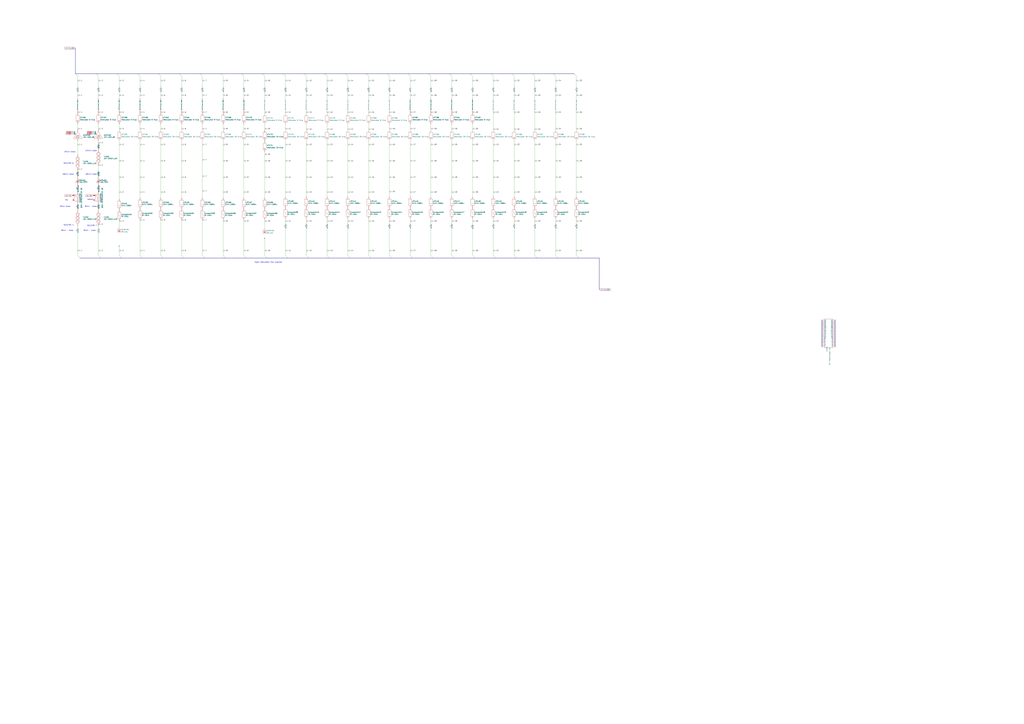
<source format=kicad_sch>
(kicad_sch (version 20230121) (generator eeschema)
  (paper "A0")
  (no_connect (at 954.405 391.16))
  (no_connect (at 954.405 378.46))
  (no_connect (at 954.405 393.7))
  (no_connect (at 969.645 377.19))
  (no_connect (at 969.645 394.97))
  (no_connect (at 969.645 401.32))
  (no_connect (at 954.405 377.19))
  (no_connect (at 954.405 384.81))
  (no_connect (at 954.405 394.97))
  (no_connect (at 969.645 398.78))
  (no_connect (at 954.405 397.51))
  (no_connect (at 969.645 384.81))
  (no_connect (at 969.645 373.38))
  (no_connect (at 954.405 398.78))
  (no_connect (at 954.405 382.27))
  (no_connect (at 969.645 391.16))
  (no_connect (at 954.405 373.38))
  (no_connect (at 969.645 396.24))
  (no_connect (at 969.645 379.73))
  (no_connect (at 969.645 386.08))
  (no_connect (at 969.645 383.54))
  (no_connect (at 969.645 381))
  (no_connect (at 954.405 383.54))
  (no_connect (at 138.43 285.75))
  (no_connect (at 954.405 375.92))
  (no_connect (at 954.405 386.08))
  (no_connect (at 307.34 276.86))
  (no_connect (at 954.405 392.43))
  (no_connect (at 954.405 401.32))
  (no_connect (at 954.405 379.73))
  (no_connect (at 969.645 378.46))
  (no_connect (at 969.645 374.65))
  (no_connect (at 954.405 374.65))
  (no_connect (at 969.645 402.59))
  (no_connect (at 969.645 387.35))
  (no_connect (at 969.645 388.62))
  (no_connect (at 969.645 389.89))
  (no_connect (at 954.405 402.59))
  (no_connect (at 969.645 392.43))
  (no_connect (at 969.645 372.11))
  (no_connect (at 969.645 375.92))
  (no_connect (at 954.405 372.11))
  (no_connect (at 969.645 400.05))
  (no_connect (at 969.645 397.51))
  (no_connect (at 954.405 381))
  (no_connect (at 969.645 393.7))
  (no_connect (at 954.405 389.89))
  (no_connect (at 954.405 387.35))
  (no_connect (at 954.405 400.05))
  (no_connect (at 954.405 396.24))
  (no_connect (at 954.405 388.62))
  (no_connect (at 969.645 382.27))
  (bus_entry (at 331.47 88.265) (size -2.54 -2.54))
  (bus_entry (at 259.08 88.265) (size -2.54 -2.54))
  (bus_entry (at 524.51 88.265) (size -2.54 -2.54))
  (bus_entry (at 452.12 88.265) (size -2.54 -2.54))
  (bus_entry (at 645.16 297.18) (size 2.54 2.54))
  (bus_entry (at 186.69 88.265) (size -2.54 -2.54))
  (bus_entry (at 452.12 297.18) (size 2.54 2.54))
  (bus_entry (at 500.38 88.265) (size -2.54 -2.54))
  (bus_entry (at 210.82 88.265) (size -2.54 -2.54))
  (bus_entry (at 500.38 297.18) (size 2.54 2.54))
  (bus_entry (at 379.73 88.265) (size -2.54 -2.54))
  (bus_entry (at 210.82 297.18) (size 2.54 2.54))
  (bus_entry (at 138.43 297.18) (size 2.54 2.54))
  (bus_entry (at 90.17 88.265) (size -2.54 -2.54))
  (bus_entry (at 427.99 297.18) (size 2.54 2.54))
  (bus_entry (at 234.95 88.265) (size -2.54 -2.54))
  (bus_entry (at 90.17 297.18) (size 2.54 2.54))
  (bus_entry (at 476.25 297.18) (size 2.54 2.54))
  (bus_entry (at 331.47 297.18) (size 2.54 2.54))
  (bus_entry (at 621.03 88.265) (size -2.54 -2.54))
  (bus_entry (at 669.29 297.18) (size 2.54 2.54))
  (bus_entry (at 162.56 297.18) (size 2.54 2.54))
  (bus_entry (at 283.21 297.18) (size 2.54 2.54))
  (bus_entry (at 596.9 297.18) (size 2.54 2.54))
  (bus_entry (at 307.34 297.18) (size 2.54 2.54))
  (bus_entry (at 355.6 88.265) (size -2.54 -2.54))
  (bus_entry (at 259.08 297.18) (size 2.54 2.54))
  (bus_entry (at 162.56 88.265) (size -2.54 -2.54))
  (bus_entry (at 307.34 88.265) (size -2.54 -2.54))
  (bus_entry (at 186.69 297.18) (size 2.54 2.54))
  (bus_entry (at 548.64 88.265) (size -2.54 -2.54))
  (bus_entry (at 379.73 297.18) (size 2.54 2.54))
  (bus_entry (at 114.3 88.265) (size -2.54 -2.54))
  (bus_entry (at 548.64 297.18) (size 2.54 2.54))
  (bus_entry (at 572.77 88.265) (size -2.54 -2.54))
  (bus_entry (at 114.3 297.18) (size 2.54 2.54))
  (bus_entry (at 355.6 297.18) (size 2.54 2.54))
  (bus_entry (at 524.51 297.18) (size 2.54 2.54))
  (bus_entry (at 645.16 88.265) (size -2.54 -2.54))
  (bus_entry (at 427.99 88.265) (size -2.54 -2.54))
  (bus_entry (at 403.86 88.265) (size -2.54 -2.54))
  (bus_entry (at 403.86 297.18) (size 2.54 2.54))
  (bus_entry (at 669.29 88.265) (size -2.54 -2.54))
  (bus_entry (at 621.03 297.18) (size 2.54 2.54))
  (bus_entry (at 234.95 297.18) (size 2.54 2.54))
  (bus_entry (at 138.43 88.265) (size -2.54 -2.54))
  (bus_entry (at 596.9 88.265) (size -2.54 -2.54))
  (bus_entry (at 283.21 88.265) (size -2.54 -2.54))
  (bus_entry (at 476.25 88.265) (size -2.54 -2.54))
  (bus_entry (at 572.77 297.18) (size 2.54 2.54))
  (wire (pts (xy 210.82 255.27) (xy 210.82 297.18)))
  (wire (pts (xy 645.16 163.83) (xy 645.16 228.6)))
  (bus (pts (xy 642.62 85.725) (xy 618.49 85.725)))
  (wire (pts (xy 403.86 266.7) (xy 403.86 297.18)))
  (wire (pts (xy 476.25 88.265) (xy 476.25 100.33)))
  (wire (pts (xy 114.3 243.84) (xy 114.3 244.475)))
  (wire (pts (xy 596.9 266.7) (xy 596.9 297.18)))
  (bus (pts (xy 208.28 85.725) (xy 184.15 85.725)))
  (wire (pts (xy 572.77 88.265) (xy 572.77 100.33)))
  (bus (pts (xy 213.36 299.72) (xy 237.49 299.72)))
  (wire (pts (xy 162.56 255.27) (xy 162.56 297.18)))
  (wire (pts (xy 500.38 266.7) (xy 500.38 297.18)))
  (wire (pts (xy 379.73 254) (xy 379.73 259.08)))
  (wire (pts (xy 572.77 107.95) (xy 572.77 114.3)))
  (wire (pts (xy 259.08 144.145) (xy 259.08 151.13)))
  (bus (pts (xy 87.63 85.725) (xy 87.63 55.88)))
  (bus (pts (xy 140.97 299.72) (xy 165.1 299.72)))
  (wire (pts (xy 186.69 130.81) (xy 186.69 131.445)))
  (wire (pts (xy 476.25 254) (xy 476.25 259.08)))
  (wire (pts (xy 645.16 107.95) (xy 645.16 114.3)))
  (wire (pts (xy 355.6 88.265) (xy 355.6 100.33)))
  (bus (pts (xy 328.93 85.725) (xy 304.8 85.725)))
  (wire (pts (xy 500.38 88.265) (xy 500.38 100.33)))
  (wire (pts (xy 669.29 163.83) (xy 669.29 228.6)))
  (wire (pts (xy 186.69 107.95) (xy 186.69 114.3)))
  (bus (pts (xy 623.57 299.72) (xy 647.7 299.72)))
  (wire (pts (xy 500.38 163.83) (xy 500.38 228.6)))
  (wire (pts (xy 355.6 107.95) (xy 355.6 114.3)))
  (wire (pts (xy 524.51 107.95) (xy 524.51 114.3)))
  (wire (pts (xy 90.17 144.145) (xy 90.17 150.495)))
  (wire (pts (xy 452.12 163.83) (xy 452.12 228.6)))
  (wire (pts (xy 114.3 262.255) (xy 114.3 264.16)))
  (wire (pts (xy 476.25 107.95) (xy 476.25 114.3)))
  (wire (pts (xy 331.47 130.81) (xy 331.47 132.08)))
  (bus (pts (xy 353.06 85.725) (xy 328.93 85.725)))
  (wire (pts (xy 572.77 130.81) (xy 572.77 151.13)))
  (wire (pts (xy 500.38 130.81) (xy 500.38 131.445)))
  (wire (pts (xy 524.51 130.81) (xy 524.51 131.445)))
  (wire (pts (xy 331.47 163.83) (xy 331.47 228.6)))
  (wire (pts (xy 162.56 130.81) (xy 162.56 131.445)))
  (wire (pts (xy 427.99 254) (xy 427.99 297.18)))
  (wire (pts (xy 500.38 144.145) (xy 500.38 151.13)))
  (wire (pts (xy 307.34 176.53) (xy 307.34 229.87)))
  (wire (pts (xy 379.73 107.95) (xy 379.73 114.3)))
  (bus (pts (xy 497.84 85.725) (xy 473.71 85.725)))
  (wire (pts (xy 645.16 266.7) (xy 645.16 297.18)))
  (bus (pts (xy 256.54 85.725) (xy 232.41 85.725)))
  (wire (pts (xy 90.17 130.81) (xy 90.17 131.445)))
  (bus (pts (xy 377.19 85.725) (xy 353.06 85.725)))
  (wire (pts (xy 669.29 130.81) (xy 669.29 151.13)))
  (wire (pts (xy 90.17 197.485) (xy 90.17 198.12)))
  (wire (pts (xy 355.6 266.7) (xy 355.6 297.18)))
  (wire (pts (xy 307.34 130.81) (xy 307.34 132.08)))
  (bus (pts (xy 521.97 85.725) (xy 497.84 85.725)))
  (wire (pts (xy 307.34 88.265) (xy 307.34 100.33)))
  (bus (pts (xy 160.02 85.725) (xy 135.89 85.725)))
  (wire (pts (xy 476.25 266.7) (xy 476.25 297.18)))
  (bus (pts (xy 334.01 299.72) (xy 358.14 299.72)))
  (wire (pts (xy 234.95 255.27) (xy 234.95 297.18)))
  (bus (pts (xy 309.88 299.72) (xy 334.01 299.72)))
  (wire (pts (xy 355.6 163.83) (xy 355.6 228.6)))
  (wire (pts (xy 114.3 191.77) (xy 114.3 198.12)))
  (wire (pts (xy 572.77 266.7) (xy 572.77 297.18)))
  (wire (pts (xy 307.34 107.95) (xy 307.34 114.3)))
  (bus (pts (xy 551.18 299.72) (xy 575.31 299.72)))
  (wire (pts (xy 452.12 130.81) (xy 452.12 132.08)))
  (wire (pts (xy 669.29 266.7) (xy 669.29 297.18)))
  (wire (pts (xy 621.03 254) (xy 621.03 259.08)))
  (bus (pts (xy 449.58 85.725) (xy 425.45 85.725)))
  (bus (pts (xy 135.89 85.725) (xy 111.76 85.725)))
  (wire (pts (xy 452.12 107.95) (xy 452.12 114.3)))
  (wire (pts (xy 138.43 144.145) (xy 138.43 151.13)))
  (wire (pts (xy 283.21 130.81) (xy 283.21 131.445)))
  (bus (pts (xy 189.23 299.72) (xy 213.36 299.72)))
  (wire (pts (xy 90.17 243.84) (xy 90.17 244.475)))
  (wire (pts (xy 452.12 266.7) (xy 452.12 297.18)))
  (wire (pts (xy 283.21 107.95) (xy 283.21 114.3)))
  (wire (pts (xy 114.3 88.265) (xy 114.3 100.33)))
  (wire (pts (xy 234.95 107.95) (xy 234.95 114.3)))
  (bus (pts (xy 695.96 299.72) (xy 695.96 336.55)))
  (wire (pts (xy 283.21 163.83) (xy 283.21 229.87)))
  (bus (pts (xy 430.53 299.72) (xy 454.66 299.72)))
  (wire (pts (xy 596.9 163.83) (xy 596.9 228.6)))
  (wire (pts (xy 331.47 254) (xy 331.47 259.08)))
  (wire (pts (xy 452.12 144.78) (xy 452.12 151.13)))
  (wire (pts (xy 403.86 107.95) (xy 403.86 114.3)))
  (wire (pts (xy 476.25 144.145) (xy 476.25 150.495)))
  (bus (pts (xy 261.62 299.72) (xy 285.75 299.72)))
  (wire (pts (xy 379.73 266.7) (xy 379.73 297.18)))
  (bus (pts (xy 358.14 299.72) (xy 382.27 299.72)))
  (wire (pts (xy 548.64 144.145) (xy 548.64 151.13)))
  (bus (pts (xy 594.36 85.725) (xy 570.23 85.725)))
  (wire (pts (xy 403.86 144.78) (xy 403.86 151.13)))
  (wire (pts (xy 307.34 144.78) (xy 307.34 151.13)))
  (wire (pts (xy 331.47 107.95) (xy 331.47 114.3)))
  (wire (pts (xy 596.9 254) (xy 596.9 259.08)))
  (wire (pts (xy 427.99 144.78) (xy 427.99 151.13)))
  (wire (pts (xy 138.43 163.83) (xy 138.43 231.14)))
  (wire (pts (xy 90.17 262.255) (xy 90.17 264.16)))
  (wire (pts (xy 234.95 88.265) (xy 234.95 100.33)))
  (bus (pts (xy 546.1 85.725) (xy 521.97 85.725)))
  (wire (pts (xy 596.9 88.265) (xy 596.9 100.33)))
  (wire (pts (xy 572.77 163.83) (xy 572.77 228.6)))
  (wire (pts (xy 524.51 266.7) (xy 524.51 297.18)))
  (wire (pts (xy 210.82 144.145) (xy 210.82 151.13)))
  (wire (pts (xy 524.51 88.265) (xy 524.51 100.33)))
  (wire (pts (xy 186.69 144.145) (xy 186.69 151.13)))
  (wire (pts (xy 403.86 254) (xy 403.86 259.08)))
  (wire (pts (xy 138.43 88.265) (xy 138.43 100.33)))
  (wire (pts (xy 138.43 130.81) (xy 138.43 131.445)))
  (wire (pts (xy 500.38 107.95) (xy 500.38 114.3)))
  (wire (pts (xy 500.38 254) (xy 500.38 259.08)))
  (bus (pts (xy 280.67 85.725) (xy 256.54 85.725)))
  (wire (pts (xy 524.51 254) (xy 524.51 259.08)))
  (bus (pts (xy 92.71 299.72) (xy 116.84 299.72)))
  (wire (pts (xy 259.08 255.27) (xy 259.08 297.18)))
  (bus (pts (xy 570.23 85.725) (xy 546.1 85.725)))
  (wire (pts (xy 259.08 107.95) (xy 259.08 114.3)))
  (wire (pts (xy 452.12 254) (xy 452.12 259.08)))
  (wire (pts (xy 90.17 163.83) (xy 90.17 179.705)))
  (wire (pts (xy 476.25 163.83) (xy 476.25 228.6)))
  (wire (pts (xy 621.03 130.81) (xy 621.03 151.13)))
  (wire (pts (xy 476.25 130.81) (xy 476.25 131.445)))
  (bus (pts (xy 502.92 299.72) (xy 527.05 299.72)))
  (wire (pts (xy 524.51 144.145) (xy 524.51 151.13)))
  (wire (pts (xy 331.47 88.265) (xy 331.47 100.33)))
  (wire (pts (xy 379.73 163.83) (xy 379.73 228.6)))
  (wire (pts (xy 403.86 163.83) (xy 403.86 228.6)))
  (bus (pts (xy 527.05 299.72) (xy 551.18 299.72)))
  (bus (pts (xy 671.83 299.72) (xy 695.96 299.72)))
  (wire (pts (xy 379.73 88.265) (xy 379.73 100.33)))
  (bus (pts (xy 454.66 299.72) (xy 478.79 299.72)))
  (wire (pts (xy 427.99 88.265) (xy 427.99 100.33)))
  (wire (pts (xy 162.56 107.95) (xy 162.56 114.3)))
  (wire (pts (xy 355.6 130.81) (xy 355.6 132.08)))
  (wire (pts (xy 210.82 130.81) (xy 210.82 131.445)))
  (wire (pts (xy 596.9 107.95) (xy 596.9 114.3)))
  (wire (pts (xy 210.82 88.265) (xy 210.82 100.33)))
  (wire (pts (xy 645.16 254) (xy 645.16 259.08)))
  (wire (pts (xy 283.21 255.27) (xy 283.21 297.18)))
  (wire (pts (xy 355.6 144.78) (xy 355.6 151.13)))
  (bus (pts (xy 237.49 299.72) (xy 261.62 299.72)))
  (wire (pts (xy 548.64 130.81) (xy 548.64 131.445)))
  (wire (pts (xy 452.12 88.265) (xy 452.12 100.33)))
  (wire (pts (xy 572.77 254) (xy 572.77 259.08)))
  (wire (pts (xy 548.64 267.335) (xy 548.64 297.18)))
  (wire (pts (xy 259.08 88.265) (xy 259.08 100.33)))
  (bus (pts (xy 285.75 299.72) (xy 309.88 299.72)))
  (wire (pts (xy 621.03 107.95) (xy 621.03 114.3)))
  (bus (pts (xy 165.1 299.72) (xy 189.23 299.72)))
  (wire (pts (xy 90.17 107.95) (xy 90.17 114.3)))
  (wire (pts (xy 548.64 107.95) (xy 548.64 114.3)))
  (wire (pts (xy 427.99 163.83) (xy 427.99 228.6)))
  (wire (pts (xy 259.08 163.83) (xy 259.08 229.87)))
  (wire (pts (xy 548.64 254) (xy 548.64 259.715)))
  (bus (pts (xy 304.8 85.725) (xy 280.67 85.725)))
  (bus (pts (xy 599.44 299.72) (xy 623.57 299.72)))
  (wire (pts (xy 162.56 163.83) (xy 162.56 229.87)))
  (bus (pts (xy 382.27 299.72) (xy 406.4 299.72)))
  (wire (pts (xy 427.99 130.81) (xy 427.99 132.08)))
  (wire (pts (xy 186.69 255.27) (xy 186.69 297.18)))
  (wire (pts (xy 138.43 256.54) (xy 138.43 263.525)))
  (wire (pts (xy 379.73 130.81) (xy 379.73 132.08)))
  (wire (pts (xy 259.08 130.81) (xy 259.08 131.445)))
  (wire (pts (xy 621.03 88.265) (xy 621.03 100.33)))
  (wire (pts (xy 379.73 144.78) (xy 379.73 151.13)))
  (wire (pts (xy 331.47 266.7) (xy 331.47 297.18)))
  (wire (pts (xy 307.34 276.86) (xy 307.34 297.18)))
  (wire (pts (xy 138.43 285.75) (xy 138.43 297.18)))
  (wire (pts (xy 548.64 163.83) (xy 548.64 228.6)))
  (wire (pts (xy 114.3 163.83) (xy 114.3 166.37)))
  (bus (pts (xy 401.32 85.725) (xy 377.19 85.725)))
  (wire (pts (xy 162.56 144.145) (xy 162.56 151.13)))
  (wire (pts (xy 669.29 254) (xy 669.29 259.08)))
  (wire (pts (xy 114.3 130.81) (xy 114.3 131.445)))
  (wire (pts (xy 186.69 88.265) (xy 186.69 100.33)))
  (wire (pts (xy 331.47 144.78) (xy 331.47 151.13)))
  (bus (pts (xy 478.79 299.72) (xy 502.92 299.72)))
  (wire (pts (xy 548.64 88.265) (xy 548.64 100.33)))
  (wire (pts (xy 114.3 107.95) (xy 114.3 114.3)))
  (bus (pts (xy 473.71 85.725) (xy 449.58 85.725)))
  (wire (pts (xy 210.82 163.83) (xy 210.82 229.87)))
  (wire (pts (xy 403.86 130.81) (xy 403.86 132.08)))
  (wire (pts (xy 645.16 130.81) (xy 645.16 151.13)))
  (wire (pts (xy 621.03 266.7) (xy 621.03 297.18)))
  (wire (pts (xy 645.16 88.265) (xy 645.16 100.33)))
  (bus (pts (xy 425.45 85.725) (xy 401.32 85.725)))
  (wire (pts (xy 283.21 144.145) (xy 283.21 151.13)))
  (wire (pts (xy 162.56 88.265) (xy 162.56 100.33)))
  (bus (pts (xy 618.49 85.725) (xy 594.36 85.725)))
  (wire (pts (xy 283.21 88.265) (xy 283.21 100.33)))
  (wire (pts (xy 669.29 88.265) (xy 669.29 100.33)))
  (wire (pts (xy 307.34 255.27) (xy 307.34 264.795)))
  (wire (pts (xy 90.17 271.78) (xy 90.17 297.18)))
  (wire (pts (xy 90.17 88.265) (xy 90.17 100.33)))
  (wire (pts (xy 138.43 107.95) (xy 138.43 114.3)))
  (bus (pts (xy 666.75 85.725) (xy 642.62 85.725)))
  (wire (pts (xy 621.03 163.83) (xy 621.03 228.6)))
  (wire (pts (xy 234.95 163.83) (xy 234.95 229.87)))
  (wire (pts (xy 524.51 163.83) (xy 524.51 228.6)))
  (bus (pts (xy 116.84 299.72) (xy 140.97 299.72)))
  (wire (pts (xy 355.6 254) (xy 355.6 259.08)))
  (wire (pts (xy 427.99 107.95) (xy 427.99 114.3)))
  (wire (pts (xy 669.29 107.95) (xy 669.29 114.3)))
  (bus (pts (xy 406.4 299.72) (xy 430.53 299.72)))
  (wire (pts (xy 234.95 144.145) (xy 234.95 151.13)))
  (bus (pts (xy 111.76 85.725) (xy 87.63 85.725)))
  (wire (pts (xy 234.95 130.81) (xy 234.95 131.445)))
  (bus (pts (xy 232.41 85.725) (xy 208.28 85.725)))
  (bus (pts (xy 184.15 85.725) (xy 160.02 85.725)))
  (wire (pts (xy 596.9 130.81) (xy 596.9 151.13)))
  (bus (pts (xy 575.31 299.72) (xy 599.44 299.72)))
  (wire (pts (xy 210.82 107.95) (xy 210.82 114.3)))
  (wire (pts (xy 114.3 271.78) (xy 114.3 297.18)))
  (wire (pts (xy 403.86 88.265) (xy 403.86 100.33)))
  (wire (pts (xy 114.3 144.145) (xy 114.3 150.495)))
  (wire (pts (xy 186.69 163.83) (xy 186.69 229.87)))
  (bus (pts (xy 647.7 299.72) (xy 671.83 299.72)))
  (text "ISOLATOR-7" (at 100.965 262.89 0) (effects (font (size 1.27 1.27)) (justify left bottom)))
  (text "8inch - brass" (at 71.12 268.605 0) (effects (font (size 1.27 1.27)) (justify left bottom)))
  (text "8inch - brass" (at 97.155 268.605 0) (effects (font (size 1.27 1.27)) (justify left bottom)))
  (text "12inch-brass" (at 74.295 177.165 0) (effects (font (size 1.27 1.27)) (justify left bottom)))
  (text "ISOLATOR-4" (at 73.66 262.255 0) (effects (font (size 1.27 1.27)) (justify left bottom)))
  (text "12inch-brass" (at 99.06 175.895 0) (effects (font (size 1.27 1.27)) (justify left bottom)))
  (text "ISOLATOR-6" (at 73.66 190.5 0) (effects (font (size 1.27 1.27)) (justify left bottom)))
  (text "higher attenuation than expected\n" (at 295.275 305.435 0) (effects (font (size 1.27 1.27)) (justify left bottom)))
  (text "top" (at 75.565 233.045 0) (effects (font (size 1.27 1.27)) (justify left bottom)))
  (text "18inch-brass" (at 72.39 203.2 0) (effects (font (size 1.27 1.27)) (justify left bottom)))
  (text "bottom\n" (at 101.6 232.41 0) (effects (font (size 1.27 1.27)) (justify left bottom)))
  (text "8inch - brass" (at 98.425 240.665 0) (effects (font (size 1.27 1.27)) (justify left bottom)))
  (text "18inch-brass" (at 99.06 203.2 0) (effects (font (size 1.27 1.27)) (justify left bottom)))
  (text "8inch-brass" (at 69.85 240.665 0) (effects (font (size 1.27 1.27)) (justify left bottom)))
  (label "L1-20" (at 548.64 207.01 0))
  (label "L1-6" (at 210.82 131.445 0))
  (label "L1-19" (at 524.51 94.615 0))
  (label "L1-16" (at 452.12 150.495 0))
  (label "L1-20" (at 548.64 292.1 0))
  (label "L1-15" (at 427.99 168.91 0))
  (label "L1-21" (at 572.77 94.615 0))
  (label "L1-21" (at 572.77 224.155 0))
  (label "L1-10" (at 307.34 111.76 0))
  (label "L1-23" (at 621.03 224.155 0))
  (label "L1-25" (at 669.29 94.615 0))
  (label "L1-24" (at 645.16 150.495 0))
  (label "L1-2" (at 114.3 131.445 0))
  (label "L1-2" (at 114.3 94.615 0))
  (label "L1-14" (at 403.86 257.81 0))
  (label "L1-7" (at 234.95 94.615 0))
  (label "L1-4" (at 162.56 94.615 0))
  (label "L1-22" (at 596.9 111.76 0))
  (label "L1-24" (at 645.16 168.91 0))
  (label "L1-10" (at 307.34 187.96 0))
  (label "L1-16" (at 452.12 223.52 0))
  (label "L1-4" (at 162.56 187.96 0))
  (label "L1-5" (at 186.69 111.76 0))
  (label "L1-7" (at 234.95 111.76 0))
  (label "L1-23" (at 621.03 292.1 0))
  (label "L1-7" (at 234.95 292.1 0))
  (label "L1-11" (at 331.47 131.445 0))
  (label "L1-4" (at 162.56 207.01 0))
  (label "L1-1" (at 90.17 94.615 0))
  (label "L1-20" (at 548.64 187.96 0))
  (label "L1-1" (at 90.17 150.495 0))
  (label "L1-5" (at 186.69 224.155 0))
  (label "L1-17" (at 476.25 207.01 0))
  (label "L1-10" (at 307.34 180.34 0))
  (label "L1-4" (at 162.56 292.1 0))
  (label "L1-12" (at 355.6 224.155 0))
  (label "L1-13" (at 379.73 292.1 0))
  (label "L1-14" (at 403.86 292.1 0))
  (label "L1-3" (at 138.43 187.96 0))
  (label "L1-21" (at 572.77 207.01 0))
  (label "L1-15" (at 427.99 131.445 0))
  (label "L1-13" (at 379.73 94.615 0))
  (label "L1-5" (at 186.69 94.615 0))
  (label "L1-6" (at 210.82 224.155 0))
  (label "L1-3" (at 138.43 224.155 0))
  (label "L1-22" (at 596.9 224.155 0))
  (label "L1-21" (at 572.77 111.76 0))
  (label "L1-25" (at 669.29 224.155 0))
  (label "L1-3" (at 138.43 207.01 0))
  (label "L1-2" (at 114.3 292.1 0))
  (label "L1-7" (at 234.95 205.74 0))
  (label "L1-19" (at 524.51 150.495 0))
  (label "L1-15" (at 427.99 94.615 0))
  (label "L1-6" (at 210.82 256.54 0))
  (label "L1-9" (at 283.21 111.76 0))
  (label "L1-9" (at 283.21 292.1 0))
  (label "L1-8" (at 259.08 224.155 0))
  (label "L1-2" (at 114.3 167.005 0))
  (label "L1-14" (at 403.86 94.615 0))
  (label "L1-11" (at 331.47 94.615 0))
  (label "L1-8" (at 259.08 207.01 0))
  (label "L1-14" (at 403.86 187.96 0))
  (label "L1-14" (at 403.86 151.13 0))
  (label "L1-9" (at 283.21 94.615 0))
  (label "L1-12" (at 355.6 257.81 0))
  (label "L1-17" (at 476.25 150.495 0))
  (label "L1-2" (at 114.3 111.76 0))
  (label "L1-6" (at 210.82 207.01 0))
  (label "L1-1" (at 90.17 168.91 0))
  (label "L1-19" (at 524.51 257.81 0))
  (label "L1-16" (at 452.12 111.76 0))
  (label "L1-18" (at 500.38 187.96 0))
  (label "L1-25" (at 669.29 150.495 0))
  (label "L1-21" (at 572.77 151.13 0))
  (label "L1-11" (at 331.47 187.96 0))
  (label "L1-14" (at 403.86 224.155 0))
  (label "L1-25" (at 669.29 207.01 0))
  (label "L1-5" (at 186.69 168.91 0))
  (label "L1-14" (at 403.86 207.01 0))
  (label "L1-15" (at 427.99 207.01 0))
  (label "L1-3" (at 138.43 150.495 0))
  (label "L1-17" (at 476.25 168.91 0))
  (label "L1-21" (at 572.77 187.96 0))
  (label "L1-6" (at 210.82 187.96 0))
  (label "L1-7" (at 234.95 131.445 0))
  (label "L1-20" (at 548.64 111.76 0))
  (label "L1-23" (at 621.03 151.13 0))
  (label "L1-22" (at 596.9 151.13 0))
  (label "L1-13" (at 379.73 151.13 0))
  (label "L1-12" (at 355.6 111.76 0))
  (label "L1-23" (at 621.03 187.96 0))
  (label "L1-5" (at 186.69 207.01 0))
  (label "L1-22" (at 596.9 131.445 0))
  (label "L1-18" (at 500.38 94.615 0))
  (label "L1-16" (at 452.12 187.96 0))
  (label "L1-12" (at 355.6 207.01 0))
  (label "L1-13" (at 379.73 131.445 0))
  (label "L1-20" (at 548.64 131.445 0))
  (label "L1-4" (at 162.56 168.91 0))
  (label "L1-25" (at 669.29 111.76 0))
  (label "L1-2" (at 114.3 150.495 0))
  (label "L1-13" (at 379.73 111.76 0))
  (label "L1-8" (at 259.08 292.1 0))
  (label "L1-20" (at 548.64 257.81 0))
  (label "L1-21" (at 572.77 257.81 0))
  (label "L1-8" (at 259.08 150.495 0))
  (label "L1-16" (at 452.12 207.01 0))
  (label "L1-18" (at 500.38 168.91 0))
  (label "L1-18" (at 500.38 131.445 0))
  (label "L1-20" (at 548.64 168.91 0))
  (label "L1-5" (at 186.69 187.96 0))
  (label "L1-23" (at 621.03 207.01 0))
  (label "L1-20" (at 548.64 150.495 0))
  (label "L1-18" (at 500.38 150.495 0))
  (label "L1-5" (at 186.69 256.54 0))
  (label "L1-6" (at 210.82 111.76 0))
  (label "L1-25" (at 669.29 187.96 0))
  (label "L1-24" (at 645.16 94.615 0))
  (label "L1-11" (at 331.47 224.155 0))
  (label "L1-10" (at 307.34 94.615 0))
  (label "L1-7" (at 234.95 150.495 0))
  (label "L1-19" (at 524.51 207.01 0))
  (label "L1-4" (at 162.56 224.155 0))
  (label "L1-22" (at 596.9 292.1 0))
  (label "L1-4" (at 162.56 150.495 0))
  (label "L1-24" (at 645.16 224.155 0))
  (label "L1-19" (at 524.51 131.445 0))
  (label "L1-25" (at 669.29 168.91 0))
  (label "L1-15" (at 427.99 224.155 0))
  (label "L1-3" (at 138.43 168.91 0))
  (label "L1-12" (at 355.6 94.615 0))
  (label "L1-13" (at 379.73 207.01 0))
  (label "L1-4" (at 162.56 256.54 0))
  (label "L1-17" (at 476.25 224.155 0))
  (label "L1-16" (at 452.12 94.615 0))
  (label "L1-17" (at 476.25 257.81 0))
  (label "L1-16" (at 452.12 257.81 0))
  (label "L1-8" (at 259.08 168.91 0))
  (label "L1-8" (at 259.08 111.76 0))
  (label "L1-8" (at 259.08 131.445 0))
  (label "L1-7" (at 234.95 222.885 0))
  (label "L1-19" (at 524.51 292.1 0))
  (label "L1-9" (at 283.21 168.91 0))
  (label "L1-1" (at 90.17 292.1 0))
  (label "L1-24" (at 645.16 131.445 0))
  (label "L1-18" (at 500.38 224.155 0))
  (label "L1-19" (at 524.51 111.76 0))
  (label "L1-15" (at 427.99 151.13 0))
  (label "L1-9" (at 283.21 187.96 0))
  (label "L1-9" (at 283.21 150.495 0))
  (label "L1-11" (at 331.47 168.91 0))
  (label "L1-21" (at 572.77 168.91 0))
  (label "L1-1" (at 90.17 111.76 0))
  (label "L1-25" (at 669.29 292.1 0))
  (label "L1-6" (at 210.82 292.1 0))
  (label "L1-11" (at 331.47 207.01 0))
  (label "L1-3" (at 138.43 94.615 0))
  (label "L1-9" (at 283.21 224.155 0))
  (label "L1-12" (at 355.6 168.91 0))
  (label "L1-16" (at 452.12 292.1 0))
  (label "L1-20" (at 548.64 94.615 0))
  (label "L1-10" (at 307.34 150.495 0))
  (label "L1-5" (at 186.69 150.495 0))
  (label "L1-25" (at 669.29 131.445 0))
  (label "L1-9" (at 283.21 131.445 0))
  (label "L1-18" (at 500.38 257.81 0))
  (label "L1-19" (at 524.51 168.91 0))
  (label "L1-15" (at 427.99 187.96 0))
  (label "L1-18" (at 500.38 207.01 0))
  (label "L1-24" (at 645.16 187.96 0))
  (label "L1-23" (at 621.03 168.91 0))
  (label "L1-17" (at 476.25 94.615 0))
  (label "L1-3" (at 138.43 111.76 0))
  (label "L1-9" (at 283.21 207.01 0))
  (label "L1-12" (at 355.6 187.96 0))
  (label "L1-19" (at 524.51 187.96 0))
  (label "L1-6" (at 210.82 94.615 0))
  (label "L1-14" (at 403.86 131.445 0))
  (label "L1-11" (at 331.47 257.81 0))
  (label "L1-22" (at 596.9 94.615 0))
  (label "L1-17" (at 476.25 187.96 0))
  (label "L1-10" (at 307.34 257.81 0))
  (label "L1-22" (at 596.9 168.91 0))
  (label "L1-16" (at 452.12 168.91 0))
  (label "L1-15" (at 427.99 292.1 0))
  (label "L1-3" (at 138.43 257.81 0))
  (label "L1-10" (at 307.34 224.155 0))
  (label "L1-8" (at 259.08 94.615 0))
  (label "L1-19" (at 524.51 224.155 0))
  (label "L1-7" (at 234.95 256.54 0))
  (label "L1-12" (at 355.6 131.445 0))
  (label "L1-6" (at 210.82 168.91 0))
  (label "L1-15" (at 427.99 257.81 0))
  (label "L1-16" (at 452.12 131.445 0))
  (label "L1-13" (at 379.73 257.81 0))
  (label "L1-2" (at 114.3 193.04 0))
  (label "L1-12" (at 355.6 292.1 0))
  (label "L1-23" (at 621.03 111.76 0))
  (label "L1-13" (at 379.73 187.96 0))
  (label "L1-1" (at 90.17 197.485 0))
  (label "L1-6" (at 210.82 150.495 0))
  (label "L1-3" (at 138.43 131.445 0))
  (label "L1-20" (at 548.64 224.155 0))
  (label "L1-24" (at 645.16 292.1 0))
  (label "L1-14" (at 403.86 168.91 0))
  (label "L1-8" (at 259.08 257.81 0))
  (label "L1-8" (at 259.08 187.96 0))
  (label "L1-13" (at 379.73 224.155 0))
  (label "L1-23" (at 621.03 94.615 0))
  (label "L1-23" (at 621.03 257.81 0))
  (label "L1-5" (at 186.69 131.445 0))
  (label "L1-10" (at 307.34 292.1 0))
  (label "L1-17" (at 476.25 131.445 0))
  (label "L1-11" (at 331.47 111.76 0))
  (label "L1-4" (at 162.56 111.76 0))
  (label "L1-14" (at 403.86 111.76 0))
  (label "L1-5" (at 186.69 292.1 0))
  (label "L1-11" (at 331.47 150.495 0))
  (label "L1-18" (at 500.38 111.76 0))
  (label "L1-13" (at 379.73 168.91 0))
  (label "L1-21" (at 572.77 131.445 0))
  (label "L1-11" (at 331.47 292.1 0))
  (label "L1-7" (at 234.95 186.69 0))
  (label "L1-4" (at 162.56 131.445 0))
  (label "L1-10" (at 307.34 131.445 0))
  (label "L1-12" (at 355.6 151.13 0))
  (label "L1-24" (at 645.16 207.01 0))
  (label "L1-17" (at 476.25 111.76 0))
  (label "L1-10" (at 307.34 207.01 0))
  (label "L1-18" (at 500.38 292.1 0))
  (label "L1-22" (at 596.9 207.01 0))
  (label "L1-24" (at 645.16 111.76 0))
  (label "L1-17" (at 476.25 292.1 0))
  (label "L1-15" (at 427.99 111.76 0))
  (label "L1-7" (at 234.95 168.91 0))
  (label "L1-9" (at 283.21 257.81 0))
  (label "L1-3" (at 138.43 292.1 0))
  (label "L1-25" (at 669.29 257.81 0))
  (label "L1-1" (at 90.17 131.445 0))
  (label "L1-22" (at 596.9 187.96 0))
  (label "L1-2" (at 114.3 261.62 0))
  (label "L1-23" (at 621.03 131.445 0))
  (label "L1-22" (at 596.9 257.81 0))
  (label "L1-24" (at 645.16 257.81 0))
  (label "L1-21" (at 572.77 292.1 0))
  (global_label "L1-2_Vd" (shape input) (at 106.68 154.305 180) (effects (font (size 0.64 0.64))) (property "Intersheetrefs" "${INTERSHEET_REFS}" (effects hide)))
  (global_label "L3-16" (shape input) (at 107.95 227.33 180) (property "Intersheetrefs" "${INTERSHEET_REFS}" (effects hide)))
  (global_label "L1-1_Vg" (shape input) (at 82.55 153.035 180) (effects (font (size 0.64 0.64))) (property "Intersheetrefs" "${INTERSHEET_REFS}" (effects hide)))
  (global_label "L1-[1..25]" (shape input) (at 695.96 336.55 0) (property "Intersheetrefs" "${INTERSHEET_REFS}" (effects hide)))
  (global_label "L1-2_gnd" (shape input) (at 106.68 155.575 180) (effects (font (size 0.64 0.64))) (property "Intersheetrefs" "${INTERSHEET_REFS}" (effects hide)))
  (global_label "L1-1_Vd" (shape input) (at 82.55 154.305 180) (effects (font (size 0.64 0.64))) (property "Intersheetrefs" "${INTERSHEET_REFS}" (effects hide)))
  (global_label "L1-2_Vg" (shape input) (at 106.68 153.035 180) (effects (font (size 0.64 0.64))) (property "Intersheetrefs" "${INTERSHEET_REFS}" (effects hide)))
  (global_label "L3-10" (shape input) (at 83.82 227.33 180) (property "Intersheetrefs" "${INTERSHEET_REFS}" (effects hide)))
  (global_label "L1-1_gnd" (shape input) (at 82.55 155.575 180) (effects (font (size 0.64 0.64))) (property "Intersheetrefs" "${INTERSHEET_REFS}" (effects hide)))
  (global_label "L1-[1..25]" (shape input) (at 87.63 55.88 180) (property "Intersheetrefs" "${INTERSHEET_REFS}" (effects hide)))
  (symbol (lib_id "Quantum Computing:COAX-6FT") (at 524.51 104.14 90) (unit 1)
    (property "Reference" "L:435" (at 523.875 104.14 0) (effects (font (size 0.64 0.64))))
    (property "Value" "COAX-6FT" (at 525.145 104.14 0) (effects (font (size 0.64 0.64))))
  )
  (symbol (lib_id "Quantum Computing:NbTi-RF-line") (at 283.21 122.555 90) (unit 1)
    (property "Reference" "LX-X409" (at 283.21 118.745 0) (effects (font (size 0.64 0.64))))
    (property "Value" "NbTi-RF-line" (at 283.21 124.46 0) (effects (font (size 0.64 0.64))))
  )
  (symbol (lib_id "Quantum Computing:IR-1GHz") (at 210.82 248.92 0) (unit 1) (on_board no)
    (property "Reference" "Eccosorb404" (at 213.106 247.904 0) (effects (justify left)))
    (property "Value" "IR-1GHz" (at 213.106 250.19 0) (effects (justify left)))
  )
  (symbol (lib_id "Quantum Computing:Attenuator 0-Cryo") (at 114.3 137.795 0) (unit 1) (on_board no)
    (property "Reference" "ATT457" (at 116.84 136.525 0) (effects (justify left)))
    (property "Value" "Attenuator 0-Cryo" (at 116.84 139.065 0) (effects (justify left)))
  )
  (symbol (lib_id "Quantum Computing:SMA-SMP") (at 621.03 262.89 90) (unit 1)
    (property "Reference" "L:444" (at 620.395 262.89 0) (effects (font (size 0.64 0.64))))
    (property "Value" "SMA-SMP" (at 621.665 262.89 0) (effects (font (size 0.64 0.64))))
  )
  (symbol (lib_id "Quantum Computing:IR-1GHz") (at 645.16 247.65 0) (unit 1) (on_board no)
    (property "Reference" "Eccosorb422" (at 647.446 246.634 0) (effects (justify left)))
    (property "Value" "IR-1GHz" (at 647.446 248.92 0) (effects (justify left)))
  )
  (symbol (lib_id "Quantum Computing:Attenuator 20-Cryo") (at 621.03 157.48 0) (unit 1) (on_board no)
    (property "Reference" "ATT497" (at 623.57 156.21 0) (effects (justify left)))
    (property "Value" "Attenuator 20-Cryo" (at 623.57 158.75 0) (effects (justify left)))
  )
  (symbol (lib_id "Quantum Computing:COAX-6FT") (at 186.69 104.14 90) (unit 1)
    (property "Reference" "L:414" (at 186.055 104.14 0) (effects (font (size 0.64 0.64))))
    (property "Value" "COAX-6FT" (at 187.325 104.14 0) (effects (font (size 0.64 0.64))))
  )
  (symbol (lib_id "Quantum Computing:LNF-LNC4_8C") (at 114.3 158.115 0) (unit 1) (on_board no)
    (property "Reference" "HEMT402" (at 120.396 157.099 0) (effects (justify left)))
    (property "Value" "LNF-LNC4_8C" (at 120.396 159.385 0) (effects (justify left)))
  )
  (symbol (lib_id "Quantum Computing:COAX-6FT") (at 572.77 104.14 90) (unit 1)
    (property "Reference" "L:439" (at 572.135 104.14 0) (effects (font (size 0.64 0.64))))
    (property "Value" "COAX-6FT" (at 573.405 104.14 0) (effects (font (size 0.64 0.64))))
  )
  (symbol (lib_id "Quantum Computing:LNF-LNC4_8C") (at 90.17 158.115 0) (unit 1) (on_board no)
    (property "Reference" "HEMT401" (at 96.266 157.099 0) (effects (justify left)))
    (property "Value" "LNF-LNC4_8C" (at 96.266 159.385 0) (effects (justify left)))
  )
  (symbol (lib_id "Quantum Computing:Attenuator 20-Cryo") (at 210.82 157.48 0) (unit 1) (on_board no)
    (property "Reference" "ATT465" (at 213.36 156.21 0) (effects (justify left)))
    (property "Value" "Attenuator 20-Cryo" (at 213.36 158.75 0) (effects (justify left)))
  )
  (symbol (lib_id "Quantum Computing:SMA-SMP") (at 524.51 262.89 90) (unit 1)
    (property "Reference" "L:436" (at 523.875 262.89 0) (effects (font (size 0.64 0.64))))
    (property "Value" "SMA-SMP" (at 525.145 262.89 0) (effects (font (size 0.64 0.64))))
  )
  (symbol (lib_id "Quantum Computing:SMA-SMP") (at 379.73 262.89 90) (unit 1)
    (property "Reference" "L:425" (at 379.095 262.89 0) (effects (font (size 0.64 0.64))))
    (property "Value" "SMA-SMP" (at 380.365 262.89 0) (effects (font (size 0.64 0.64))))
  )
  (symbol (lib_id "Quantum Computing:NbTi-RF-line") (at 210.82 122.555 90) (unit 1)
    (property "Reference" "LX-X406" (at 210.82 118.745 0) (effects (font (size 0.64 0.64))))
    (property "Value" "NbTi-RF-line" (at 210.82 124.46 0) (effects (font (size 0.64 0.64))))
  )
  (symbol (lib_id "Quantum Computing:Attenuator 0-Cryo") (at 186.69 137.795 0) (unit 1) (on_board no)
    (property "Reference" "ATT462" (at 189.23 136.525 0) (effects (justify left)))
    (property "Value" "Attenuator 0-Cryo" (at 189.23 139.065 0) (effects (justify left)))
  )
  (symbol (lib_id "Quantum Computing:Attenuator 20-Cryo") (at 500.38 157.48 0) (unit 1) (on_board no)
    (property "Reference" "ATT490" (at 502.92 156.21 0) (effects (justify left)))
    (property "Value" "Attenuator 20-Cryo" (at 502.92 158.75 0) (effects (justify left)))
  )
  (symbol (lib_id "Quantum Computing:VLFX-1050+") (at 307.34 236.22 0) (unit 1) (on_board no)
    (property "Reference" "LPF408" (at 309.626 235.204 0) (effects (justify left)))
    (property "Value" "VLFX-1050+" (at 309.626 237.49 0) (effects (justify left)))
  )
  (symbol (lib_id "Quantum Computing:SMA-SMA") (at 90.17 267.97 90) (unit 1)
    (property "Reference" "L:405" (at 89.535 267.97 0) (effects (font (size 0.64 0.64))))
    (property "Value" "SMA-SMA" (at 90.805 267.97 0) (effects (font (size 0.64 0.64))))
  )
  (symbol (lib_id "Quantum Computing:SMA-SMP") (at 476.25 262.89 90) (unit 1)
    (property "Reference" "L:432" (at 475.615 262.89 0) (effects (font (size 0.64 0.64))))
    (property "Value" "SMA-SMP" (at 476.885 262.89 0) (effects (font (size 0.64 0.64))))
  )
  (symbol (lib_id "Quantum Computing:NbTi-RF-line") (at 596.9 122.555 90) (unit 1)
    (property "Reference" "LX-X422" (at 596.9 118.745 0) (effects (font (size 0.64 0.64))))
    (property "Value" "NbTi-RF-line" (at 596.9 124.46 0) (effects (font (size 0.64 0.64))))
  )
  (symbol (lib_id "Quantum Computing:SMA-SMA_small") (at 90.17 219.075 90) (unit 1)
    (property "Reference" "L:403" (at 89.535 219.075 0) (effects (font (size 0.64 0.64))))
    (property "Value" "SMA-SMA_small" (at 90.805 219.075 0) (effects (font (size 0.64 0.64))))
  )
  (symbol (lib_id "Quantum Computing:QMC-CRYOCOUPLER-20") (at 114.3 229.87 90) (mirror x) (unit 1)
    (property "Reference" "Coupler402" (at 116.84 229.87 0))
    (property "Value" "QMC-CRYOCOUPLER-20" (at 118.745 229.87 0))
  )
  (symbol (lib_id "Quantum Computing:NbTi-RF-line") (at 476.25 122.555 90) (unit 1)
    (property "Reference" "LX-X417" (at 476.25 118.745 0) (effects (font (size 0.64 0.64))))
    (property "Value" "NbTi-RF-line" (at 476.25 124.46 0) (effects (font (size 0.64 0.64))))
  )
  (symbol (lib_id "Quantum Computing:IR-1GHz") (at 162.56 248.92 0) (unit 1) (on_board no)
    (property "Reference" "Eccosorb402" (at 164.846 247.904 0) (effects (justify left)))
    (property "Value" "IR-1GHz" (at 164.846 250.19 0) (effects (justify left)))
  )
  (symbol (lib_id "Quantum Computing:IR-1GHz") (at 548.64 247.65 0) (unit 1) (on_board no)
    (property "Reference" "Eccosorb418" (at 550.926 246.634 0) (effects (justify left)))
    (property "Value" "IR-1GHz" (at 550.926 248.92 0) (effects (justify left)))
  )
  (symbol (lib_id "Quantum Computing:VLFX-1050+") (at 645.16 234.95 0) (unit 1) (on_board no)
    (property "Reference" "LPF422" (at 647.446 233.934 0) (effects (justify left)))
    (property "Value" "VLFX-1050+" (at 647.446 236.22 0) (effects (justify left)))
  )
  (symbol (lib_id "Quantum Computing:Attenuator 0-Cryo") (at 331.47 138.43 0) (unit 1) (on_board no)
    (property "Reference" "ATT475" (at 334.01 137.16 0) (effects (justify left)))
    (property "Value" "Attenuator 0-Cryo" (at 334.01 139.7 0) (effects (justify left)))
  )
  (symbol (lib_id "Quantum Computing:VLFX-1050+") (at 548.64 234.95 0) (unit 1) (on_board no)
    (property "Reference" "LPF418" (at 550.926 233.934 0) (effects (justify left)))
    (property "Value" "VLFX-1050+" (at 550.926 236.22 0) (effects (justify left)))
  )
  (symbol (lib_id "Quantum Computing:SMA-SMA") (at 114.3 240.03 90) (unit 1)
    (property "Reference" "L:410" (at 113.665 240.03 0) (effects (font (size 0.64 0.64))))
    (property "Value" "SMA-SMA" (at 114.935 240.03 0) (effects (font (size 0.64 0.64))))
  )
  (symbol (lib_id "Quantum Computing:IR-1GHz") (at 596.9 247.65 0) (unit 1) (on_board no)
    (property "Reference" "Eccosorb420" (at 599.186 246.634 0) (effects (justify left)))
    (property "Value" "IR-1GHz" (at 599.186 248.92 0) (effects (justify left)))
  )
  (symbol (lib_id "Quantum Computing:IR-1GHz") (at 403.86 247.65 0) (unit 1) (on_board no)
    (property "Reference" "Eccosorb412" (at 406.146 246.634 0) (effects (justify left)))
    (property "Value" "IR-1GHz" (at 406.146 248.92 0) (effects (justify left)))
  )
  (symbol (lib_id "Quantum Computing:Attenuator 0-Cryo") (at 524.51 137.795 0) (unit 1) (on_board no)
    (property "Reference" "ATT491" (at 527.05 136.525 0) (effects (justify left)))
    (property "Value" "Attenuator 0-Cryo" (at 527.05 139.065 0) (effects (justify left)))
  )
  (symbol (lib_id "Quantum Computing:COAX-6FT") (at 669.29 104.14 90) (unit 1)
    (property "Reference" "L:447" (at 668.655 104.14 0) (effects (font (size 0.64 0.64))))
    (property "Value" "COAX-6FT" (at 669.925 104.14 0) (effects (font (size 0.64 0.64))))
  )
  (symbol (lib_id "Quantum Computing:SMA-SMA_small") (at 114.3 219.075 90) (unit 1)
    (property "Reference" "L:409" (at 113.665 219.075 0) (effects (font (size 0.64 0.64))))
    (property "Value" "SMA-SMA_small" (at 114.935 219.075 0) (effects (font (size 0.64 0.64))))
  )
  (symbol (lib_id "Quantum Computing:COAX-6FT") (at 596.9 104.14 90) (unit 1)
    (property "Reference" "L:441" (at 596.265 104.14 0) (effects (font (size 0.64 0.64))))
    (property "Value" "COAX-6FT" (at 597.535 104.14 0) (effects (font (size 0.64 0.64))))
  )
  (symbol (lib_id "Quantum Computing:Attenuator 20-Cryo") (at 331.47 157.48 0) (unit 1) (on_board no)
    (property "Reference" "ATT476" (at 334.01 156.21 0) (effects (justify left)))
    (property "Value" "Attenuator 20-Cryo" (at 334.01 158.75 0) (effects (justify left)))
  )
  (symbol (lib_id "Quantum Computing:SW_TWPA") (at 90.17 212.09 0) (unit 1)
    (property "Reference" "TWPA401" (at 95.25 209.55 0))
    (property "Value" "SW_TWPA" (at 97.155 211.455 0))
  )
  (symbol (lib_id "Quantum Computing:Attenuator 20-Cryo") (at 379.73 157.48 0) (unit 1) (on_board no)
    (property "Reference" "ATT480" (at 382.27 156.21 0) (effects (justify left)))
    (property "Value" "Attenuator 20-Cryo" (at 382.27 158.75 0) (effects (justify left)))
  )
  (symbol (lib_id "Quantum Computing:VLFX-1050+") (at 283.21 236.22 0) (unit 1) (on_board no)
    (property "Reference" "LPF407" (at 285.496 235.204 0) (effects (justify left)))
    (property "Value" "VLFX-1050+" (at 285.496 237.49 0) (effects (justify left)))
  )
  (symbol (lib_id "Quantum Computing:IR-1GHz") (at 283.21 248.92 0) (unit 1) (on_board no)
    (property "Reference" "Eccosorb407" (at 285.496 247.904 0) (effects (justify left)))
    (property "Value" "IR-1GHz" (at 285.496 250.19 0) (effects (justify left)))
  )
  (symbol (lib_id "Quantum Computing:IR-1GHz") (at 138.43 250.19 0) (unit 1) (on_board no)
    (property "Reference" "Eccosorb401" (at 140.716 249.174 0) (effects (justify left)))
    (property "Value" "IR-1GHz" (at 140.716 251.46 0) (effects (justify left)))
  )
  (symbol (lib_id "Quantum Computing:Attenuator 20-Cryo") (at 476.25 157.48 0) (unit 1) (on_board no)
    (property "Reference" "ATT488" (at 478.79 156.21 0) (effects (justify left)))
    (property "Value" "Attenuator 20-Cryo" (at 478.79 158.75 0) (effects (justify left)))
  )
  (symbol (lib_id "Quantum Computing:Attenuator 0-Cryo") (at 234.95 137.795 0) (unit 1) (on_board no)
    (property "Reference" "ATT466" (at 237.49 136.525 0) (effects (justify left)))
    (property "Value" "Attenuator 0-Cryo" (at 237.49 139.065 0) (effects (justify left)))
  )
  (symbol (lib_id "Quantum Computing:NbTi-RF-line") (at 645.16 122.555 90) (unit 1)
    (property "Reference" "LX-X424" (at 645.16 118.745 0) (effects (font (size 0.64 0.64))))
    (property "Value" "NbTi-RF-line" (at 645.16 124.46 0) (effects (font (size 0.64 0.64))))
  )
  (symbol (lib_id "Quantum Computing:COAX-6FT") (at 234.95 104.14 90) (unit 1)
    (property "Reference" "L:416" (at 234.315 104.14 0) (effects (font (size 0.64 0.64))))
    (property "Value" "COAX-6FT" (at 235.585 104.14 0) (effects (font (size 0.64 0.64))))
  )
  (symbol (lib_id "Quantum Computing:VLFX-1050+") (at 379.73 234.95 0) (unit 1) (on_board no)
    (property "Reference" "LPF411" (at 382.016 233.934 0) (effects (justify left)))
    (property "Value" "VLFX-1050+" (at 382.016 236.22 0) (effects (justify left)))
  )
  (symbol (lib_id "Quantum Computing:COAX-6FT") (at 645.16 104.14 90) (unit 1)
    (property "Reference" "L:445" (at 644.525 104.14 0) (effects (font (size 0.64 0.64))))
    (property "Value" "COAX-6FT" (at 645.795 104.14 0) (effects (font (size 0.64 0.64))))
  )
  (symbol (lib_id "Quantum Computing:COAX-6FT") (at 500.38 104.14 90) (unit 1)
    (property "Reference" "L:433" (at 499.745 104.14 0) (effects (font (size 0.64 0.64))))
    (property "Value" "COAX-6FT" (at 501.015 104.14 0) (effects (font (size 0.64 0.64))))
  )
  (symbol (lib_id "Quantum Computing:Attenuator 20-Cryo") (at 452.12 157.48 0) (unit 1) (on_board no)
    (property "Reference" "ATT486" (at 454.66 156.21 0) (effects (justify left)))
    (property "Value" "Attenuator 20-Cryo" (at 454.66 158.75 0) (effects (justify left)))
  )
  (symbol (lib_id "Quantum Computing:SMA-SMA") (at 90.17 240.03 90) (unit 1)
    (property "Reference" "L:404" (at 89.535 240.03 0) (effects (font (size 0.64 0.64))))
    (property "Value" "SMA-SMA" (at 90.805 240.03 0) (effects (font (size 0.64 0.64))))
  )
  (symbol (lib_id "Quantum Computing:IR-1GHz") (at 379.73 247.65 0) (unit 1) (on_board no)
    (property "Reference" "Eccosorb411" (at 382.016 246.634 0) (effects (justify left)))
    (property "Value" "IR-1GHz" (at 382.016 248.92 0) (effects (justify left)))
  )
  (symbol (lib_id "Quantum Computing:IR-1GHz") (at 500.38 247.65 0) (unit 1) (on_board no)
    (property "Reference" "Eccosorb416" (at 502.666 246.634 0) (effects (justify left)))
    (property "Value" "IR-1GHz" (at 502.666 248.92 0) (effects (justify left)))
  )
  (symbol (lib_id "Quantum Computing:NbTi-RF-line") (at 331.47 122.555 90) (unit 1)
    (property "Reference" "LX-X411" (at 331.47 118.745 0) (effects (font (size 0.64 0.64))))
    (property "Value" "NbTi-RF-line" (at 331.47 124.46 0) (effects (font (size 0.64 0.64))))
  )
  (symbol (lib_id "Quantum Computing:COAX-6FT") (at 162.56 104.14 90) (unit 1)
    (property "Reference" "L:413" (at 161.925 104.14 0) (effects (font (size 0.64 0.64))))
    (property "Value" "COAX-6FT" (at 163.195 104.14 0) (effects (font (size 0.64 0.64))))
  )
  (symbol (lib_id "Quantum Computing:SMA-SMP") (at 403.86 262.89 90) (unit 1)
    (property "Reference" "L:427" (at 403.225 262.89 0) (effects (font (size 0.64 0.64))))
    (property "Value" "SMA-SMP" (at 404.495 262.89 0) (effects (font (size 0.64 0.64))))
  )
  (symbol (lib_id "Quantum Computing:VLFX-1050+") (at 162.56 236.22 0) (unit 1) (on_board no)
    (property "Reference" "LPF402" (at 164.846 235.204 0) (effects (justify left)))
    (property "Value" "VLFX-1050+" (at 164.846 237.49 0) (effects (justify left)))
  )
  (symbol (lib_id "Quantum Computing:SMA-SMP") (at 596.9 262.89 90) (unit 1)
    (property "Reference" "L:442" (at 596.265 262.89 0) (effects (font (size 0.64 0.64))))
    (property "Value" "SMA-SMP" (at 597.535 262.89 0) (effects (font (size 0.64 0.64))))
  )
  (symbol (lib_id "Quantum Computing:VLFX-1050+") (at 476.25 234.95 0) (unit 1) (on_board no)
    (property "Reference" "LPF415" (at 478.536 233.934 0) (effects (justify left)))
    (property "Value" "VLFX-1050+" (at 478.536 236.22 0) (effects (justify left)))
  )
  (symbol (lib_id "Quantum Computing:IR-1GHz") (at 572.77 247.65 0) (unit 1) (on_board no)
    (property "Reference" "Eccosorb419" (at 575.056 246.634 0) (effects (justify left)))
    (property "Value" "IR-1GHz" (at 575.056 248.92 0) (effects (justify left)))
  )
  (symbol (lib_id "Quantum Computing:IR-1GHz") (at 452.12 247.65 0) (unit 1) (on_board no)
    (property "Reference" "Eccosorb414" (at 454.406 246.634 0) (effects (justify left)))
    (property "Value" "IR-1GHz" (at 454.406 248.92 0) (effects (justify left)))
  )
  (symbol (lib_id "Quantum Computing:NbTi-RF-line") (at 234.95 122.555 90) (unit 1)
    (property "Reference" "LX-X407" (at 234.95 118.745 0) (effects (font (size 0.64 0.64))))
    (property "Value" "NbTi-RF-line" (at 234.95 124.46 0) (effects (font (size 0.64 0.64))))
  )
  (symbol (lib_id "Quantum Computing:SMA-SMP") (at 572.77 262.89 90) (unit 1)
    (property "Reference" "L:440" (at 572.135 262.89 0) (effects (font (size 0.64 0.64))))
    (property "Value" "SMA-SMP" (at 573.405 262.89 0) (effects (font (size 0.64 0.64))))
  )
  (symbol (lib_id "Quantum Computing:Attenuator 20-Cryo") (at 572.77 157.48 0) (unit 1) (on_board no)
    (property "Reference" "ATT495" (at 575.31 156.21 0) (effects (justify left)))
    (property "Value" "Attenuator 20-Cryo" (at 575.31 158.75 0) (effects (justify left)))
  )
  (symbol (lib_id "Quantum Computing:COAX-6FT") (at 283.21 104.14 90) (unit 1)
    (property "Reference" "L:418" (at 282.575 104.14 0) (effects (font (size 0.64 0.64))))
    (property "Value" "COAX-6FT" (at 283.845 104.14 0) (effects (font (size 0.64 0.64))))
  )
  (symbol (lib_id "Quantum Computing:Attenuator 20-Cryo") (at 403.86 157.48 0) (unit 1) (on_board no)
    (property "Reference" "ATT482" (at 406.4 156.21 0) (effects (justify left)))
    (property "Value" "Attenuator 20-Cryo" (at 406.4 158.75 0) (effects (justify left)))
  )
  (symbol (lib_id "Quantum Computing:Attenuator 20-Cryo") (at 355.6 157.48 0) (unit 1) (on_board no)
    (property "Reference" "ATT478" (at 358.14 156.21 0) (effects (justify left)))
    (property "Value" "Attenuator 20-Cryo" (at 358.14 158.75 0) (effects (justify left)))
  )
  (symbol (lib_id "Quantum Computing:VLFX-1050+") (at 669.29 234.95 0) (unit 1) (on_board no)
    (property "Reference" "LPF423" (at 671.576 233.934 0) (effects (justify left)))
    (property "Value" "VLFX-1050+" (at 671.576 236.22 0) (effects (justify left)))
  )
  (symbol (lib_id "Quantum Computing:NbTi-RF-line") (at 427.99 122.555 90) (unit 1)
    (property "Reference" "LX-X415" (at 427.99 118.745 0) (effects (font (size 0.64 0.64))))
    (property "Value" "NbTi-RF-line" (at 427.99 124.46 0) (effects (font (size 0.64 0.64))))
  )
  (symbol (lib_id "Quantum Computing:Attenuator 0-Cryo") (at 427.99 138.43 0) (unit 1) (on_board no)
    (property "Reference" "ATT483" (at 430.53 137.16 0) (effects (justify left)))
    (property "Value" "Attenuator 0-Cryo" (at 430.53 139.7 0) (effects (justify left)))
  )
  (symbol (lib_id "Quantum Computing:Attenuator 0-Cryo") (at 403.86 138.43 0) (unit 1) (on_board no)
    (property "Reference" "ATT481" (at 406.4 137.16 0) (effects (justify left)))
    (property "Value" "Attenuator 0-Cryo" (at 406.4 139.7 0) (effects (justify left)))
  )
  (symbol (lib_id "Quantum Computing:QMC-CRYOCOUPLER-20") (at 90.17 229.87 90) (mirror x) (unit 1)
    (property "Reference" "Coupler401" (at 92.71 229.87 0))
    (property "Value" "QMC-CRYOCOUPLER-20" (at 94.615 229.87 0))
  )
  (symbol (lib_id "Quantum Computing:SMA-SMA") (at 114.3 267.97 90) (unit 1)
    (property "Reference" "L:411" (at 113.665 267.97 0) (effects (font (size 0.64 0.64))))
    (property "Value" "SMA-SMA" (at 114.935 267.97 0) (effects (font (size 0.64 0.64))))
  )
  (symbol (lib_id "Quantum Computing:COAX-6FT") (at 379.73 104.14 90) (unit 1)
    (property "Reference" "L:424" (at 379.095 104.14 0) (effects (font (size 0.64 0.64))))
    (property "Value" "COAX-6FT" (at 380.365 104.14 0) (effects (font (size 0.64 0.64))))
  )
  (symbol (lib_id "Quantum Computing:VLFX-1050+") (at 403.86 234.95 0) (unit 1) (on_board no)
    (property "Reference" "LPF412" (at 406.146 233.934 0) (effects (justify left)))
    (property "Value" "VLFX-1050+" (at 406.146 236.22 0) (effects (justify left)))
  )
  (symbol (lib_id "Quantum Computing:Attenuator 20-Cryo") (at 427.99 157.48 0) (unit 1) (on_board no)
    (property "Reference" "ATT484" (at 430.53 156.21 0) (effects (justify left)))
    (property "Value" "Attenuator 20-Cryo" (at 430.53 158.75 0) (effects (justify left)))
  )
  (symbol (lib_id "Quantum Computing:Attenuator 20-Cryo") (at 645.16 157.48 0) (unit 1) (on_board no)
    (property "Reference" "ATT498" (at 647.7 156.21 0) (effects (justify left)))
    (property "Value" "Attenuator 20-Cryo" (at 647.7 158.75 0) (effects (justify left)))
  )
  (symbol (lib_id "Quantum Computing:NbTi-RF-line") (at 403.86 122.555 90) (unit 1)
    (property "Reference" "LX-X414" (at 403.86 118.745 0) (effects (font (size 0.64 0.64))))
    (property "Value" "NbTi-RF-line" (at 403.86 124.46 0) (effects (font (size 0.64 0.64))))
  )
  (symbol (lib_id "Quantum Computing:VLFX-1050+") (at 210.82 236.22 0) (unit 1) (on_board no)
    (property "Reference" "LPF404" (at 213.106 235.204 0) (effects (justify left)))
    (property "Value" "VLFX-1050+" (at 213.106 237.49 0) (effects (justify left)))
  )
  (symbol (lib_id "Quantum Computing:SMA-SMA") (at 114.3 201.93 90) (unit 1)
    (property "Reference" "L:408" (at 113.665 201.93 0) (effects (font (size 0.64 0.64))))
    (property "Value" "SMA-SMA" (at 114.935 201.93 0) (effects (font (size 0.64 0.64))))
  )
  (symbol (lib_id "Quantum Computing:IR-1GHz") (at 355.6 247.65 0) (unit 1) (on_board no)
    (property "Reference" "Eccosorb410" (at 357.886 246.634 0) (effects (justify left)))
    (property "Value" "IR-1GHz" (at 357.886 248.92 0) (effects (justify left)))
  )
  (symbol (lib_id "Quantum Computing:Attenuator 20-Cryo") (at 234.95 157.48 0) (unit 1) (on_board no)
    (property "Reference" "ATT467" (at 237.49 156.21 0) (effects (justify left)))
    (property "Value" "Attenuator 20-Cryo" (at 237.49 158.75 0) (effects (justify left)))
  )
  (symbol (lib_id "Quantum Computing:COAX-6FT") (at 307.34 104.14 90) (unit 1)
    (property "Reference" "L:419" (at 306.705 104.14 0) (effects (font (size 0.64 0.64))))
    (property "Value" "COAX-6FT" (at 307.975 104.14 0) (effects (font (size 0.64 0.64))))
  )
  (symbol (lib_id "Quantum Computing:Attenuator 20-Cryo") (at 259.08 157.48 0) (unit 1) (on_board no)
    (property "Reference" "ATT469" (at 261.62 156.21 0) (effects (justify left)))
    (property "Value" "Attenuator 20-Cryo" (at 261.62 158.75 0) (effects (justify left)))
  )
  (symbol (lib_id "Quantum Computing:IR-1GHz") (at 186.69 248.92 0) (unit 1) (on_board no)
    (property "Reference" "Eccosorb403" (at 188.976 247.904 0) (effects (justify left)))
    (property "Value" "IR-1GHz" (at 188.976 250.19 0) (effects (justify left)))
  )
  (symbol (lib_id "Quantum Computing:Attenuator 10-Cryo") (at 307.34 157.48 0) (unit 1) (on_board no)
    (property "Reference" "ATT473" (at 309.88 156.2099 0) (effects (justify left)))
    (property "Value" "Attenuator 10-Cryo" (at 309.88 158.7499 0) (effects (justify left)))
  )
  (symbol (lib_id "Quantum Computing:VLFX-1050+") (at 355.6 234.95 0) (unit 1) (on_board no)
    (property "Reference" "LPF410" (at 357.886 233.934 0) (effects (justify left)))
    (property "Value" "VLFX-1050+" (at 357.886 236.22 0) (effects (justify left)))
  )
  (symbol (lib_id "Quantum Computing:NbTi-RF-line") (at 259.08 122.555 90) (unit 1)
    (property "Reference" "LX-X408" (at 259.08 118.745 0) (effects (font (size 0.64 0.64))))
    (property "Value" "NbTi-RF-line" (at 259.08 124.46 0) (effects (font (size 0.64 0.64))))
  )
  (symbol (lib_id "Quantum Computing:SMA-SMP") (at 548.64 263.525 90) (unit 1)
    (property "Reference" "L:438" (at 548.005 263.525 0) (effects (font (size 0.64 0.64))))
    (property "Value" "SMA-SMP" (at 549.275 263.525 0) (effects (font (size 0.64 0.64))))
  )
  (symbol (lib_id "Quantum Computing:NbTi-RF-line") (at 186.69 122.555 90) (unit 1)
    (property "Reference" "LX-X405" (at 186.69 118.745 0) (effects (font (size 0.64 0.64))))
    (property "Value" "NbTi-RF-line" (at 186.69 124.46 0) (effects (font (size 0.64 0.64))))
  )
  (symbol (lib_id "Quantum Computing:NbTi-RF-line") (at 621.03 122.555 90) (unit 1)
    (property "Reference" "LX-X423" (at 621.03 118.745 0) (effects (font (size 0.64 0.64))))
    (property "Value" "NbTi-RF-line" (at 621.03 124.46 0) (effects (font (size 0.64 0.64))))
  )
  (symbol (lib_id "Quantum Computing:COAX-6FT") (at 427.99 104.14 90) (unit 1)
    (property "Reference" "L:428" (at 427.355 104.14 0) (effects (font (size 0.64 0.64))))
    (property "Value" "COAX-6FT" (at 428.625 104.14 0) (effects (font (size 0.64 0.64))))
  )
  (symbol (lib_id "Quantum Computing:Attenuator 0-Cryo") (at 476.25 137.795 0) (unit 1) (on_board no)
    (property "Reference" "ATT487" (at 478.79 136.525 0) (effects (justify left)))
    (property "Value" "Attenuator 0-Cryo" (at 478.79 139.065 0) (effects (justify left)))
  )
  (symbol (lib_id "Quantum Computing:SMA-SMA") (at 114.3 170.18 90) (unit 1)
    (property "Reference" "L:407" (at 113.665 170.18 0) (effects (font (size 0.64 0.64))))
    (property "Value" "SMA-SMA" (at 114.935 170.18 0) (effects (font (size 0.64 0.64))))
  )
  (symbol (lib_id "Quantum Computing:NbTi-RF-line") (at 452.12 122.555 90) (unit 1)
    (property "Reference" "LX-X416" (at 452.12 118.745 0) (effects (font (size 0.64 0.64))))
    (property "Value" "NbTi-RF-line" (at 452.12 124.46 0) (effects (font (size 0.64 0.64))))
  )
  (symbol (lib_id "Quantum Computing:NbTi-RF-line") (at 90.17 122.555 90) (unit 1)
    (property "Reference" "LX-X401" (at 90.17 118.745 0) (effects (font (size 0.64 0.64))))
    (property "Value" "NbTi-RF-line" (at 90.17 124.46 0) (effects (font (size 0.64 0.64))))
  )
  (symbol (lib_id "Quantum Computing:SMA-SMP") (at 452.12 262.89 90) (unit 1)
    (property "Reference" "L:430" (at 451.485 262.89 0) (effects (font (size 0.64 0.64))))
    (property "Value" "SMA-SMP" (at 452.755 262.89 0) (effects (font (size 0.64 0.64))))
  )
  (symbol (lib_id "Quantum Computing:VLFX-1050+") (at 452.12 234.95 0) (unit 1) (on_board no)
    (property "Reference" "LPF414" (at 454.406 233.934 0) (effects (justify left)))
    (property "Value" "VLFX-1050+" (at 454.406 236.22 0) (effects (justify left)))
  )
  (symbol (lib_id "Quantum Computing:IR-1GHz") (at 259.08 248.92 0) (unit 1) (on_board no)
    (property "Reference" "Eccosorb406" (at 261.366 247.904 0) (effects (justify left)))
    (property "Value" "IR-1GHz" (at 261.366 250.19 0) (effects (justify left)))
  )
  (symbol (lib_id "Quantum Computing:Attenuator 20-Cryo") (at 283.21 157.48 0) (unit 1) (on_board no)
    (property "Reference" "ATT471" (at 285.75 156.21 0) (effects (justify left)))
    (property "Value" "Attenuator 20-Cryo" (at 285.75 158.75 0) (effects (justify left)))
  )
  (symbol (lib_id "Quantum Computing:Attenuator 0-Cryo") (at 548.64 137.795 0) (unit 1) (on_board no)
    (property "Reference" "ATT493" (at 551.18 136.525 0) (effects (justify left)))
    (property "Value" "Attenuator 0-Cryo" (at 551.18 139.065 0) (effects (justify left)))
  )
  (symbol (lib_id "Quantum Computing:NbTi-RF-line") (at 355.6 122.555 90) (unit 1)
    (property "Reference" "LX-X412" (at 355.6 118.745 0) (effects (font (size 0.64 0.64))))
    (property "Value" "NbTi-RF-line" (at 355.6 124.46 0) (effects (font (size 0.64 0.64))))
  )
  (symbol (lib_id "Quantum Computing:Attenuator 20-Cryo") (at 596.9 157.48 0) (unit 1) (on_board no)
    (property "Reference" "ATT496" (at 599.44 156.21 0) (effects (justify left)))
    (property "Value" "Attenuator 20-Cryo" (at 599.44 158.75 0) (effects (justify left)))
  )
  (symbol (lib_id "Quantum Computing:Attenuator 20-Cryo") (at 186.69 157.48 0) (unit 1) (on_board no)
    (property "Reference" "ATT463" (at 189.23 156.21 0) (effects (justify left)))
    (property "Value" "Attenuator 20-Cryo" (at 189.23 158.75 0) (effects (justify left)))
  )
  (symbol (lib_id "Quantum Computing:LNF-ISISC4_12A") (at 114.3 253.365 0) (unit 1) (on_board no)
    (property "Reference" "TJI404" (at 120.396 252.349 0) (effects (justify left)))
    (property "Value" "LNF-ISISC4_12A" (at 120.396 254.635 0) (effects (justify left)))
  )
  (symbol (lib_id "Quantum Computing:VLFX-1050+") (at 138.43 237.49 0) (unit 1) (on_board no)
    (property "Reference" "LPF401" (at 140.716 236.474 0) (effects (justify left)))
    (property "Value" "VLFX-1050+" (at 140.716 238.76 0) (effects (justify left)))
  )
  (symbol (lib_id "Quantum Computing:IR-1GHz") (at 524.51 247.65 0) (unit 1) (on_board no)
    (property "Reference" "Eccosorb417" (at 526.796 246.634 0) (effects (justify left)))
    (property "Value" "IR-1GHz" (at 526.796 248.92 0) (effects (justify left)))
  )
  (symbol (lib_id "Quantum Computing:VLFX-1050+") (at 621.03 234.95 0) (unit 1) (on_board no)
    (property "Reference" "LPF421" (at 623.316 233.934 0) (effects (justify left)))
    (property "Value" "VLFX-1050+" (at 623.316 236.22 0) (effects (justify left)))
  )
  (symbol (lib_id "Quantum Computing:Attenuator 0-Cryo") (at 162.56 137.795 0) (unit 1) (on_board no)
    (property "Reference" "ATT460" (at 165.1 136.525 0) (effects (justify left)))
    (property "Value" "Attenuator 0-Cryo" (at 165.1 139.065 0) (effects (justify left)))
  )
  (symbol (lib_id "Quantum Computing:IR-1GHz") (at 669.29 247.65 0) (unit 1) (on_board no)
    (property "Reference" "Eccosorb423" (at 671.576 246.634 0) (effects (justify left)))
    (property "Value" "IR-1GHz" (at 671.576 248.92 0) (effects (justify left)))
  )
  (symbol (lib_id "Quantum Computing:VLFX-1050+") (at 234.95 236.22 0) (unit 1) (on_board no)
    (property "Reference" "LPF405" (at 237.236 235.204 0) (effects (justify left)))
    (property "Value" "VLFX-1050+" (at 237.236 237.49 0) (effects (justify left)))
  )
  (symbol (lib_id "Quantum Computing:Attenuator 0-Cryo") (at 259.08 137.795 0) (unit 1) (on_board no)
    (property "Reference" "ATT468" (at 261.62 136.525 0) (effects (justify left)))
    (property "Value" "Attenuator 0-Cryo" (at 261.62 139.065 0) (effects (justify left)))
  )
  (symbol (lib_id "Quantum Computing:NbTi-RF-line") (at 138.43 122.555 90) (unit 1)
    (property "Reference" "LX-X403" (at 138.43 118.745 0) (effects (font (size 0.64 0.64))))
    (property "Value" "NbTi-RF-line" (at 138.43 124.46 0) (effects (font (size 0.64 0.64))))
  )
  (symbol (lib_id "Quantum Computing:Attenuator 20-Cryo") (at 669.29 157.48 0) (unit 1) (on_board no)
    (property "Reference" "ATT499" (at 671.83 156.21 0) (effects (justify left)))
    (property "Value" "Attenuator 20-Cryo" (at 671.83 158.75 0) (effects (justify left)))
  )
  (symbol (lib_id "Quantum Computing:NbTi-RF-line") (at 524.51 122.555 90) (unit 1)
    (property "Reference" "LX-X419" (at 524.51 118.745 0) (effects (font (size 0.64 0.64))))
    (property "Value" "NbTi-RF-line" (at 524.51 124.46 0) (effects (font (size 0.64 0.64))))
  )
  (symbol (lib_id "Quantum Computing:IR-1GHz") (at 331.47 247.65 0) (unit 1) (on_board no)
    (property "Reference" "Eccosorb409" (at 333.756 246.634 0) (effects (justify left)))
    (property "Value" "IR-1GHz" (at 333.756 248.92 0) (effects (justify left)))
  )
  (symbol (lib_id "Quantum Computing:VLFX-1050+") (at 596.9 234.95 0) (unit 1) (on_board no)
    (property "Reference" "LPF420" (at 599.186 233.934 0) (effects (justify left)))
    (property "Value" "VLFX-1050+" (at 599.186 236.22 0) (effects (justify left)))
  )
  (symbol (lib_id "Quantum Computing:Attenuator 0-Cryo") (at 307.34 138.43 0) (unit 1) (on_board no)
    (property "Reference" "ATT472" (at 309.88 137.16 0) (effects (justify left)))
    (property "Value" "Attenuator 0-Cryo" (at 309.88 139.7 0) (effects (justify left)))
  )
  (symbol (lib_id "Quantum Computing:Attenuator 0-Cryo") (at 355.6 138.43 0) (unit 1) (on_board no)
    (property "Reference" "ATT477" (at 358.14 137.16 0) (effects (justify left)))
    (property "Value" "Attenuator 0-Cryo" (at 358.14 139.7 0) (effects (justify left)))
  )
  (symbol (lib_id "Quantum Computing:NbTi-RF-line") (at 572.77 122.555 90) (unit 1)
    (property "Reference" "LX-X421" (at 572.77 118.745 0) (effects (font (size 0.64 0.64))))
    (property "Value" "NbTi-RF-line" (at 572.77 124.46 0) (effects (font (size 0.64 0.64))))
  )
  (symbol (lib_id "Quantum Computing:COAX-6FT") (at 259.08 104.14 90) (unit 1)
    (property "Reference" "L:417" (at 258.445 104.14 0) (effects (font (size 0.64 0.64))))
    (property "Value" "COAX-6FT" (at 259.715 104.14 0) (effects (font (size 0.64 0.64))))
  )
  (symbol (lib_id "Quantum Computing:SMA-SMA") (at 90.17 201.93 90) (unit 1)
    (property "Reference" "L:402" (at 89.535 201.93 0) (effects (font (size 0.64 0.64))))
    (property "Value" "SMA-SMA" (at 90.805 201.93 0) (effects (font (size 0.64 0.64))))
  )
  (symbol (lib_id "Quantum Computing:VLFX-1050+") (at 524.51 234.95 0) (unit 1) (on_board no)
    (property "Reference" "LPF417" (at 526.796 233.934 0) (effects (justify left)))
    (property "Value" "VLFX-1050+" (at 526.796 236.22 0) (effects (justify left)))
  )
  (symbol (lib_id "Quantum Computing:50_cap") (at 138.43 266.065 180) (unit 1) (on_board no)
    (property "Reference" "Ω401401" (at 140.97 266.6999 0) (effects (justify right)))
    (property "Value" "50_cap" (at 140.97 269.2399 0) (effects (justify right)))
  )
  (symbol (lib_id "Quantum Computing:Attenuator 20-Cryo") (at 548.64 157.48 0) (unit 1) (on_board no)
    (property "Reference" "ATT494" (at 551.18 156.21 0) (effects (justify left)))
    (property "Value" "Attenuator 20-Cryo" (at 551.18 158.75 0) (effects (justify left)))
  )
  (symbol (lib_id "Quantum Computing:NbTi-RF-line") (at 500.38 122.555 90) (unit 1)
    (property "Reference" "LX-X418" (at 500.38 118.745 0) (effects (font (size 0.64 0.64))))
    (property "Value" "NbTi-RF-line" (at 500.38 124.46 0) (effects (font (size 0.64 0.64))))
  )
  (symbol (lib_id "Quantum Computing:COAX-6FT") (at 452.12 104.14 90) (unit 1)
    (property "Reference" "L:429" (at 451.485 104.14 0) (effects (font (size 0.64 0.64))))
    (property "Value" "COAX-6FT" (at 452.755 104.14 0) (effects (font (size 0.64 0.64))))
  )
  (symbol (lib_id "Quantum Computing:50_cap") (at 307.34 267.335 180) (unit 1) (on_board no)
    (property "Reference" "Ω402401" (at 309.88 267.9699 0) (effects (justify right)))
    (property "Value" "50_cap" (at 309.88 270.5099 0) (effects (justify right)))
  )
  (symbol (lib_id "Quantum Computing:RF-Feedthrough-25") (at 962.025 387.35 90) (unit 1)
    (property "Reference" "LX401" (at 960.12 405.765 0))
    (property "Value" "RF-Feedthrough-25" (at 963.295 414.02 0))
  )
  (symbol (lib_id "Quantum Computing:COAX-6FT") (at 621.03 104.14 90) (unit 1)
    (property "Reference" "L:443" (at 620.395 104.14 0) (effects (font (size 0.64 0.64))))
    (property "Value" "COAX-6FT" (at 621.665 104.14 0) (effects (font (size 0.64 0.64))))
  )
  (symbol (lib_id "Quantum Computing:COAX-6FT") (at 355.6 104.14 90) (unit 1)
    (property "Reference" "L:422" (at 354.965 104.14 0) (effects (font (size 0.64 0.64))))
    (property "Value" "COAX-6FT" (at 356.235 104.14 0) (effects (font (size 0.64 0.64))))
  )
  (symbol (lib_id "Quantum Computing:VLFX-1050+") (at 427.99 234.95 0) (unit 1) (on_board no)
    (property "Reference" "LPF413" (at 430.276 233.934 0) (effects (justify left)))
    (property "Value" "VLFX-1050+" (at 430.276 236.22 0) (effects (justify left)))
  )
  (symbol (lib_id "Quantum Computing:VLFX-1050+") (at 572.77 234.95 0) (unit 1) (on_board no)
    (property "Reference" "LPF419" (at 575.056 233.934 0) (effects (justify left)))
    (property "Value" "VLFX-1050+" (at 575.056 236.22 0) (effects (justify left)))
  )
  (symbol (lib_id "Quantum Computing:COAX-6FT") (at 331.47 104.14 90) (unit 1)
    (property "Reference" "L:420" (at 330.835 104.14 0) (effects (font (size 0.64 0.64))))
    (property "Value" "COAX-6FT" (at 332.105 104.14 0) (effects (font (size 0.64 0.64))))
  )
  (symbol (lib_id "Quantum Computing:LNF-ISISC4_12A") (at 90.17 188.595 0) (unit 1) (on_board no)
    (property "Reference" "TJI401" (at 96.266 187.579 0) (effects (justify left)))
    (property "Value" "LNF-ISISC4_12A" (at 96.266 189.865 0) (effects (justify left)))
  )
  (symbol (lib_id "Quantum Computing:SMA-SMP") (at 645.16 262.89 90) (unit 1)
    (property "Reference" "L:446" (at 644.525 262.89 0) (effects (font (size 0.64 0.64))))
    (property "Value" "SMA-SMP" (at 645.795 262.89 0) (effects (font (size 0.64 0.64))))
  )
  (symbol (lib_id "Quantum Computing:NbTi-RF-line") (at 548.64 122.555 90) (unit 1)
    (property "Reference" "LX-X420" (at 548.64 118.745 0) (effects (font (size 0.64 0.64))))
    (property "Value" "NbTi-RF-line" (at 548.64 124.46 0) (effects (font (size 0.64 0.64))))
  )
  (symbol (lib_id "Quantum Computing:COAX-6FT") (at 90.17 104.14 90) (unit 1)
    (property "Reference" "L:401" (at 89.535 104.14 0) (effects (font (size 0.64 0.64))))
    (property "Value" "COAX-6FT" (at 90.805 104.14 0) (effects (font (size 0.64 0.64))))
  )
  (symbol (lib_id "Quantum Computing:NbTi-RF-line") (at 162.56 122.555 90) (unit 1)
    (property "Reference" "LX-X404" (at 162.56 118.745 0) (effects (font (size 0.64 0.64))))
    (property "Value" "NbTi-RF-line" (at 162.56 124.46 0) (effects (font (size 0.64 0.64))))
  )
  (symbol (lib_id "Quantum Computing:COAX-6FT") (at 476.25 104.14 90) (unit 1)
    (property "Reference" "L:431" (at 475.615 104.14 0) (effects (font (size 0.64 0.64))))
    (property "Value" "COAX-6FT" (at 476.885 104.14 0) (effects (font (size 0.64 0.64))))
  )
  (symbol (lib_id "Quantum Computing:SMA-SMP") (at 355.6 262.89 90) (unit 1)
    (property "Reference" "L:423" (at 354.965 262.89 0) (effects (font (size 0.64 0.64))))
    (property "Value" "SMA-SMP" (at 356.235 262.89 0) (effects (font (size 0.64 0.64))))
  )
  (symbol (lib_id "Quantum Computing:SMA-SMP") (at 669.29 262.89 90) (unit 1)
    (property "Reference" "L:448" (at 668.655 262.89 0) (effects (font (size 0.64 0.64))))
    (property "Value" "SMA-SMP" (at 669.925 262.89 0) (effects (font (size 0.64 0.64))))
  )
  (symbol (lib_id "Quantum Computing:IR-1GHz") (at 307.34 248.92 0) (unit 1) (on_board no)
    (property "Reference" "Eccosorb408" (at 309.626 247.904 0) (effects (justify left)))
    (property "Value" "IR-1GHz" (at 309.626 250.19 0) (effects (justify left)))
  )
  (symbol (lib_id "Quantum Computing:COAX-6FT") (at 210.82 104.14 90) (unit 1)
    (property "Reference" "L:415" (at 210.185 104.14 0) (effects (font (size 0.64 0.64))))
    (property "Value" "COAX-6FT" (at 211.455 104.14 0) (effects (font (size 0.64 0.64))))
  )
  (symbol (lib_id "Quantum Computing:VLFX-1050+") (at 186.69 236.22 0) (unit 1) (on_board no)
    (property "Reference" "LPF403" (at 188.976 235.204 0) (effects (justify left)))
    (property "Value" "VLFX-1050+" (at 188.976 237.49 0) (effects (justify left)))
  )
  (symbol (lib_id "Quantum Computing:NbTi-RF-line") (at 379.73 122.555 90) (unit 1)
    (property "Reference" "LX-X413" (at 379.73 118.745 0) (effects (font (size 0.64 0.64))))
    (property "Value" "NbTi-RF-line" (at 379.73 124.46 0) (effects (font (size 0.64 0.64))))
  )
  (symbol (lib_id "Quantum Computing:IR-1GHz") (at 621.03 247.65 0) (unit 1) (on_board no)
    (property "Reference" "Eccosorb421" (at 623.316 246.634 0) (effects (justify left)))
    (property "Value" "IR-1GHz" (at 623.316 248.92 0) (effects (justify left)))
  )
  (symbol (lib_id "Quantum Computing:LNF-ISISC4_12A") (at 114.3 182.88 0) (unit 1) (on_board no)
    (property "Reference" "TJI403" (at 120.396 181.864 0) (effects (justify left)))
    (property "Value" "LNF-ISISC4_12A" (at 120.396 184.15 0) (effects (justify left)))
  )
  (symbol (lib_id "Quantum Computing:Attenuator 10-Cryo") (at 307.34 170.18 0) (unit 1) (on_board no)
    (property "Reference" "ATT474" (at 309.88 168.9099 0) (effects (justify left)))
    (property "Value" "Attenuator 10-Cryo" (at 309.88 171.4499 0) (effects (justify left)))
  )
  (symbol (lib_id "Quantum Computing:Attenuator 20-Cryo") (at 524.51 157.48 0) (unit 1) (on_board no)
    (property "Reference" "ATT492" (at 527.05 156.21 0) (effects (justify left)))
    (property "Value" "Attenuator 20-Cryo" (at 527.05 158.75 0) (effects (justify left)))
  )
  (symbol (lib_id "Quantum Computing:Attenuator 0-Cryo") (at 283.21 137.795 0) (unit 1) (on_board no)
    (property "Reference" "ATT470" (at 285.75 136.525 0) (effects (justify left)))
    (property "Value" "Attenuator 0-Cryo" (at 285.75 139.065 0) (effects (justify left)))
  )
  (symbol (lib_id "Quantum Computing:Attenuator 0-Cryo") (at 138.43 137.795 0) (unit 1) (on_board no)
    (property "Reference" "ATT458" (at 140.97 136.525 0) (effects (justify left)))
    (property "Value" "Attenuator 0-Cryo" (at 140.97 139.065 0) (effects (justify left)))
  )
  (symbol (lib_id "Quantum Computing:COAX-6FT") (at 138.43 104.14 90) (unit 1)
    (property "Reference" "L:412" (at 137.795 104.14 0) (effects (font (size 0.64 0.64))))
    (property "Value" "COAX-6FT" (at 139.065 104.14 0) (effects (font (size 0.64 0.64))))
  )
  (symbol (lib_id "Quantum Computing:IR-1GHz") (at 476.25 247.65 0) (unit 1) (on_board no)
    (property "Reference" "Eccosorb415" (at 478.536 246.634 0) (effects (justify left)))
    (property "Value" "IR-1GHz" (at 478.536 248.92 0) (effects (justify left)))
  )
  (symbol (lib_id "Quantum Computing:NbTi-RF-line") (at 669.29 122.555 90) (unit 1)
    (property "Reference" "LX-X425" (at 669.29 118.745 0) (effects (font (size 0.64 0.64))))
    (property "Value" "NbTi-RF-line" (at 669.29 124.46 0) (effects (font (size 0.64 0.64))))
  )
  (symbol (lib_id "Quantum Computing:IR-1GHz") (at 427.99 247.65 0) (unit 1) (on_board no)
    (property "Reference" "Eccosorb413" (at 430.276 246.634 0) (effects (justify left)))
    (property "Value" "IR-1GHz" (at 430.276 248.92 0) (effects (justify left)))
  )
  (symbol (lib_id "Quantum Computing:SMA-SMP") (at 500.38 262.89 90) (unit 1)
    (property "Reference" "L:434" (at 499.745 262.89 0) (effects (font (size 0.64 0.64))))
    (property "Value" "SMA-SMP" (at 501.015 262.89 0) (effects (font (size 0.64 0.64))))
  )
  (symbol (lib_id "Quantum Computing:VLFX-1050+") (at 331.47 234.95 0) (unit 1) (on_board no)
    (property "Reference" "LPF409" (at 333.756 233.934 0) (effects (justify left)))
    (property "Value" "VLFX-1050+" (at 333.756 236.22 0) (effects (justify left)))
  )
  (symbol (lib_id "Quantum Computing:Attenuator 0-Cryo") (at 90.17 137.795 0) (unit 1) (on_board no)
    (property "Reference" "ATT456" (at 92.71 136.525 0) (effects (justify left)))
    (property "Value" "Attenuator 0-Cryo" (at 92.71 139.065 0) (effects (justify left)))
  )
  (symbol (lib_id "Quantum Computing:Attenuator 0-Cryo") (at 500.38 137.795 0) (unit 1) (on_board no)
    (property "Reference" "ATT489" (at 502.92 136.525 0) (effects (justify left)))
    (property "Value" "Attenuator 0-Cryo" (at 502.92 139.065 0) (effects (justify left)))
  )
  (symbol (lib_id "Quantum Computing:Attenuator 20-Cryo") (at 162.56 157.48 0) (unit 1) (on_board no)
    (property "Reference" "ATT461" (at 165.1 156.21 0) (effects (justify left)))
    (property "Value" "Attenuator 20-Cryo" (at 165.1 158.75 0) (effects (justify left)))
  )
  (symbol (lib_id "Quantum Computing:NbTi-RF-line") (at 307.34 122.555 90) (unit 1)
    (property "Reference" "LX-X410" (at 307.34 118.745 0) (effects (font (size 0.64 0.64))))
    (property "Value" "NbTi-RF-line" (at 307.34 124.46 0) (effects (font (size 0.64 0.64))))
  )
  (symbol (lib_id "Quantum Computing:Attenuator 0-Cryo") (at 379.73 138.43 0) (unit 1) (on_board no)
    (property "Reference" "ATT479" (at 382.27 137.16 0) (effects (justify left)))
    (property "Value" "Attenuator 0-Cryo" (at 382.27 139.7 0) (effects (justify left)))
  )
  (symbol (lib_id "Quantum Computing:SW_TWPA") (at 114.3 212.09 0) (unit 1)
    (property "Reference" "TWPA402" (at 119.38 209.55 0))
    (property "Value" "SW_TWPA" (at 121.285 211.455 0))
  )
  (symbol (lib_id "Quantum Computing:VLFX-1050+") (at 500.38 234.95 0) (unit 1) (on_board no)
    (property "Reference" "LPF416" (at 502.666 233.934 0) (effects (justify left)))
    (property "Value" "VLFX-1050+" (at 502.666 236.22 0) (effects (justify left)))
  )
  (symbol (lib_id "Quantum Computing:LNF-ISISC4_12A") (at 90.17 253.365 0) (unit 1) (on_board no)
    (property "Reference" "TJI402" (at 96.266 252.349 0) (effects (justify left)))
    (property "Value" "LNF-ISISC4_12A" (at 96.266 254.635 0) (effects (justify left)))
  )
  (symbol (lib_id "Quantum Computing:COAX-6FT") (at 403.86 104.14 90) (unit 1)
    (property "Reference" "L:426" (at 403.225 104.14 0) (effects (font (size 0.64 0.64))))
    (property "Value" "COAX-6FT" (at 404.495 104.14 0) (effects (font (size 0.64 0.64))))
  )
  (symbol (lib_id "Quantum Computing:NbTi-RF-line") (at 114.3 122.555 90) (unit 1)
    (property "Reference" "LX-X402" (at 114.3 118.745 0) (effects (font (size 0.64 0.64))))
    (property "Value" "NbTi-RF-line" (at 114.3 124.46 0) (effects (font (size 0.64 0.64))))
  )
  (symbol (lib_id "Quantum Computing:Attenuator 20-Cryo") (at 138.43 157.48 0) (unit 1) (on_board no)
    (property "Reference" "ATT459" (at 140.97 156.21 0) (effects (justify left)))
    (property "Value" "Attenuator 20-Cryo" (at 140.97 158.75 0) (effects (justify left)))
  )
  (symbol (lib_id "Quantum Computing:Attenuator 0-Cryo") (at 210.82 137.795 0) (unit 1) (on_board no)
    (property "Reference" "ATT464" (at 213.36 136.525 0) (effects (justify left)))
    (property "Value" "Attenuator 0-Cryo" (at 213.36 139.065 0) (effects (justify left)))
  )
  (symbol (lib_id "Quantum Computing:COAX-6FT") (at 548.64 104.14 90) (unit 1)
    (property "Reference" "L:437" (at 548.005 104.14 0) (effects (font (size 0.64 0.64))))
    (property "Value" "COAX-6FT" (at 549.275 104.14 0) (effects (font (size 0.64 0.64))))
  )
  (symbol (lib_id "Quantum Computing:IR-1GHz") (at 234.95 248.92 0) (unit 1) (on_board no)
    (property "Reference" "Eccosorb405" (at 237.236 247.904 0) (effects (justify left)))
    (property "Value" "IR-1GHz" (at 237.236 250.19 0) (effects (justify left)))
  )
  (symbol (lib_id "Quantum Computing:Attenuator 0-Cryo") (at 452.12 138.43 0) (unit 1) (on_board no)
    (property "Reference" "ATT485" (at 454.66 137.16 0) (effects (justify left)))
    (property "Value" "Attenuator 0-Cryo" (at 454.66 139.7 0) (effects (justify left)))
  )
  (symbol (lib_id "Quantum Computing:VLFX-1050+") (at 259.08 236.22 0) (unit 1) (on_board no)
    (property "Reference" "LPF406" (at 261.366 235.204 0) (effects (justify left)))
    (property "Value" "VLFX-1050+" (at 261.366 237.49 0) (effects (justify left)))
  )
  (symbol (lib_id "Quantum Computing:COAX-6FT") (at 114.3 104.14 90) (unit 1)
    (property "Reference" "L:406" (at 113.665 104.14 0) (effects (font (size 0.64 0.64))))
    (property "Value" "COAX-6FT" (at 114.935 104.14 0) (effects (font (size 0.64 0.64))))
  )
  (symbol (lib_id "Quantum Computing:SMA-SMP") (at 331.47 262.89 90) (unit 1)
    (property "Reference" "L:421" (at 330.835 262.89 0) (effects (font (size 0.64 0.64))))
    (property "Value" "SMA-SMP" (at 332.105 262.89 0) (effects (font (size 0.64 0.64))))
  )
)
</source>
